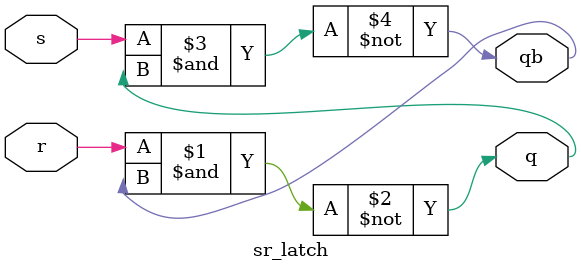
<source format=v>
module sr_latch(s,r,q,qb);
input s,r;
output q,qb;
//Behavioural
assign q=~(r&qb);
assign qb=~(s&q);
endmodule

</source>
